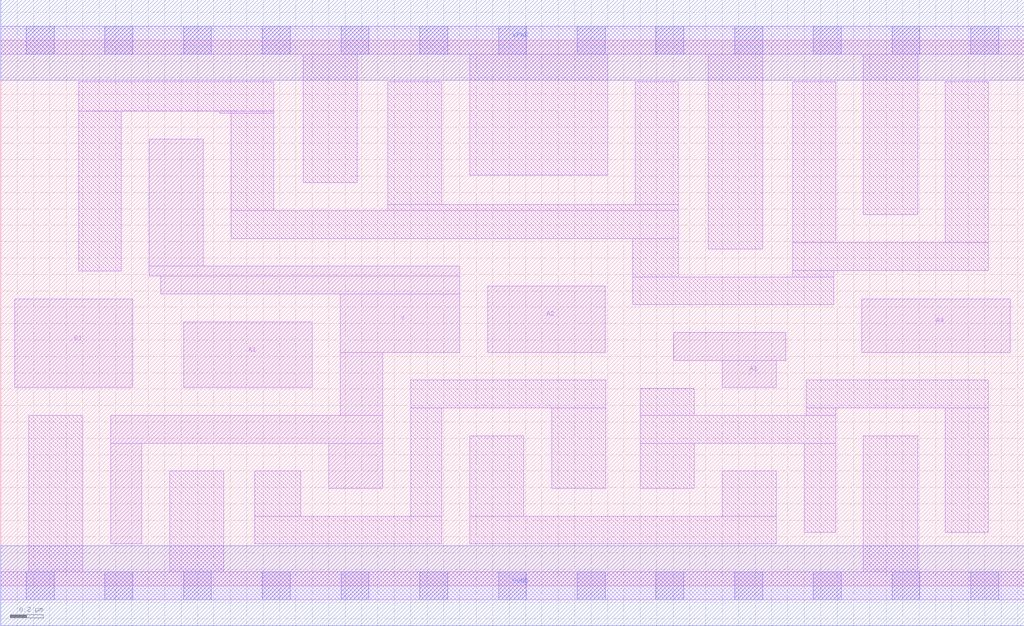
<source format=lef>
# Copyright 2020 The SkyWater PDK Authors
#
# Licensed under the Apache License, Version 2.0 (the "License");
# you may not use this file except in compliance with the License.
# You may obtain a copy of the License at
#
#     https://www.apache.org/licenses/LICENSE-2.0
#
# Unless required by applicable law or agreed to in writing, software
# distributed under the License is distributed on an "AS IS" BASIS,
# WITHOUT WARRANTIES OR CONDITIONS OF ANY KIND, either express or implied.
# See the License for the specific language governing permissions and
# limitations under the License.
#
# SPDX-License-Identifier: Apache-2.0

VERSION 5.7 ;
  NAMESCASESENSITIVE ON ;
  NOWIREEXTENSIONATPIN ON ;
  DIVIDERCHAR "/" ;
  BUSBITCHARS "[]" ;
UNITS
  DATABASE MICRONS 200 ;
END UNITS
MACRO sky130_fd_sc_lp__a41oi_2
  CLASS CORE ;
  SOURCE USER ;
  FOREIGN sky130_fd_sc_lp__a41oi_2 ;
  ORIGIN  0.000000  0.000000 ;
  SIZE  6.240000 BY  3.330000 ;
  SYMMETRY X Y R90 ;
  SITE unit ;
  PIN A1
    ANTENNAGATEAREA  0.630000 ;
    DIRECTION INPUT ;
    USE SIGNAL ;
    PORT
      LAYER li1 ;
        RECT 1.115000 1.210000 1.900000 1.610000 ;
    END
  END A1
  PIN A2
    ANTENNAGATEAREA  0.630000 ;
    DIRECTION INPUT ;
    USE SIGNAL ;
    PORT
      LAYER li1 ;
        RECT 2.970000 1.425000 3.685000 1.830000 ;
    END
  END A2
  PIN A3
    ANTENNAGATEAREA  0.630000 ;
    DIRECTION INPUT ;
    USE SIGNAL ;
    PORT
      LAYER li1 ;
        RECT 4.105000 1.375000 4.785000 1.545000 ;
        RECT 4.400000 1.210000 4.730000 1.375000 ;
    END
  END A3
  PIN A4
    ANTENNAGATEAREA  0.630000 ;
    DIRECTION INPUT ;
    USE SIGNAL ;
    PORT
      LAYER li1 ;
        RECT 5.250000 1.425000 6.155000 1.750000 ;
    END
  END A4
  PIN B1
    ANTENNAGATEAREA  0.630000 ;
    DIRECTION INPUT ;
    USE SIGNAL ;
    PORT
      LAYER li1 ;
        RECT 0.085000 1.210000 0.805000 1.750000 ;
    END
  END B1
  PIN Y
    ANTENNADIFFAREA  0.823200 ;
    DIRECTION OUTPUT ;
    USE SIGNAL ;
    PORT
      LAYER li1 ;
        RECT 0.670000 0.255000 0.860000 0.870000 ;
        RECT 0.670000 0.870000 2.330000 1.040000 ;
        RECT 0.905000 1.890000 2.800000 1.950000 ;
        RECT 0.905000 1.950000 1.235000 2.725000 ;
        RECT 0.975000 1.780000 2.800000 1.890000 ;
        RECT 2.000000 0.595000 2.330000 0.870000 ;
        RECT 2.070000 1.040000 2.330000 1.425000 ;
        RECT 2.070000 1.425000 2.800000 1.780000 ;
    END
  END Y
  PIN VGND
    DIRECTION INOUT ;
    USE GROUND ;
    PORT
      LAYER met1 ;
        RECT 0.000000 -0.245000 6.240000 0.245000 ;
    END
  END VGND
  PIN VPWR
    DIRECTION INOUT ;
    USE POWER ;
    PORT
      LAYER met1 ;
        RECT 0.000000 3.085000 6.240000 3.575000 ;
    END
  END VPWR
  OBS
    LAYER li1 ;
      RECT 0.000000 -0.085000 6.240000 0.085000 ;
      RECT 0.000000  3.245000 6.240000 3.415000 ;
      RECT 0.170000  0.085000 0.500000 1.040000 ;
      RECT 0.475000  1.920000 0.735000 2.895000 ;
      RECT 0.475000  2.895000 1.665000 3.075000 ;
      RECT 1.030000  0.085000 1.360000 0.700000 ;
      RECT 1.335000  2.885000 1.665000 2.895000 ;
      RECT 1.405000  2.120000 4.130000 2.290000 ;
      RECT 1.405000  2.290000 1.665000 2.885000 ;
      RECT 1.550000  0.255000 2.690000 0.425000 ;
      RECT 1.550000  0.425000 1.830000 0.700000 ;
      RECT 1.845000  2.460000 2.175000 3.245000 ;
      RECT 2.360000  2.290000 4.130000 2.325000 ;
      RECT 2.360000  2.325000 2.690000 3.075000 ;
      RECT 2.500000  0.425000 2.690000 1.085000 ;
      RECT 2.500000  1.085000 3.690000 1.255000 ;
      RECT 2.860000  0.255000 4.730000 0.425000 ;
      RECT 2.860000  0.425000 3.190000 0.915000 ;
      RECT 2.860000  2.505000 3.700000 3.245000 ;
      RECT 3.360000  0.595000 3.690000 1.085000 ;
      RECT 3.855000  1.715000 5.080000 1.885000 ;
      RECT 3.855000  1.885000 4.130000 2.120000 ;
      RECT 3.870000  2.325000 4.130000 3.075000 ;
      RECT 3.900000  0.595000 4.230000 0.870000 ;
      RECT 3.900000  0.870000 5.090000 1.040000 ;
      RECT 3.900000  1.040000 4.230000 1.205000 ;
      RECT 4.315000  2.055000 4.645000 3.245000 ;
      RECT 4.400000  0.425000 4.730000 0.700000 ;
      RECT 4.830000  1.885000 5.080000 1.925000 ;
      RECT 4.830000  1.925000 6.020000 2.095000 ;
      RECT 4.830000  2.095000 5.090000 3.075000 ;
      RECT 4.900000  0.325000 5.090000 0.870000 ;
      RECT 4.910000  1.040000 5.090000 1.085000 ;
      RECT 4.910000  1.085000 6.020000 1.255000 ;
      RECT 5.260000  0.085000 5.590000 0.915000 ;
      RECT 5.260000  2.265000 5.590000 3.245000 ;
      RECT 5.760000  0.325000 6.020000 1.085000 ;
      RECT 5.760000  2.095000 6.020000 3.075000 ;
    LAYER mcon ;
      RECT 0.155000 -0.085000 0.325000 0.085000 ;
      RECT 0.155000  3.245000 0.325000 3.415000 ;
      RECT 0.635000 -0.085000 0.805000 0.085000 ;
      RECT 0.635000  3.245000 0.805000 3.415000 ;
      RECT 1.115000 -0.085000 1.285000 0.085000 ;
      RECT 1.115000  3.245000 1.285000 3.415000 ;
      RECT 1.595000 -0.085000 1.765000 0.085000 ;
      RECT 1.595000  3.245000 1.765000 3.415000 ;
      RECT 2.075000 -0.085000 2.245000 0.085000 ;
      RECT 2.075000  3.245000 2.245000 3.415000 ;
      RECT 2.555000 -0.085000 2.725000 0.085000 ;
      RECT 2.555000  3.245000 2.725000 3.415000 ;
      RECT 3.035000 -0.085000 3.205000 0.085000 ;
      RECT 3.035000  3.245000 3.205000 3.415000 ;
      RECT 3.515000 -0.085000 3.685000 0.085000 ;
      RECT 3.515000  3.245000 3.685000 3.415000 ;
      RECT 3.995000 -0.085000 4.165000 0.085000 ;
      RECT 3.995000  3.245000 4.165000 3.415000 ;
      RECT 4.475000 -0.085000 4.645000 0.085000 ;
      RECT 4.475000  3.245000 4.645000 3.415000 ;
      RECT 4.955000 -0.085000 5.125000 0.085000 ;
      RECT 4.955000  3.245000 5.125000 3.415000 ;
      RECT 5.435000 -0.085000 5.605000 0.085000 ;
      RECT 5.435000  3.245000 5.605000 3.415000 ;
      RECT 5.915000 -0.085000 6.085000 0.085000 ;
      RECT 5.915000  3.245000 6.085000 3.415000 ;
  END
END sky130_fd_sc_lp__a41oi_2

</source>
